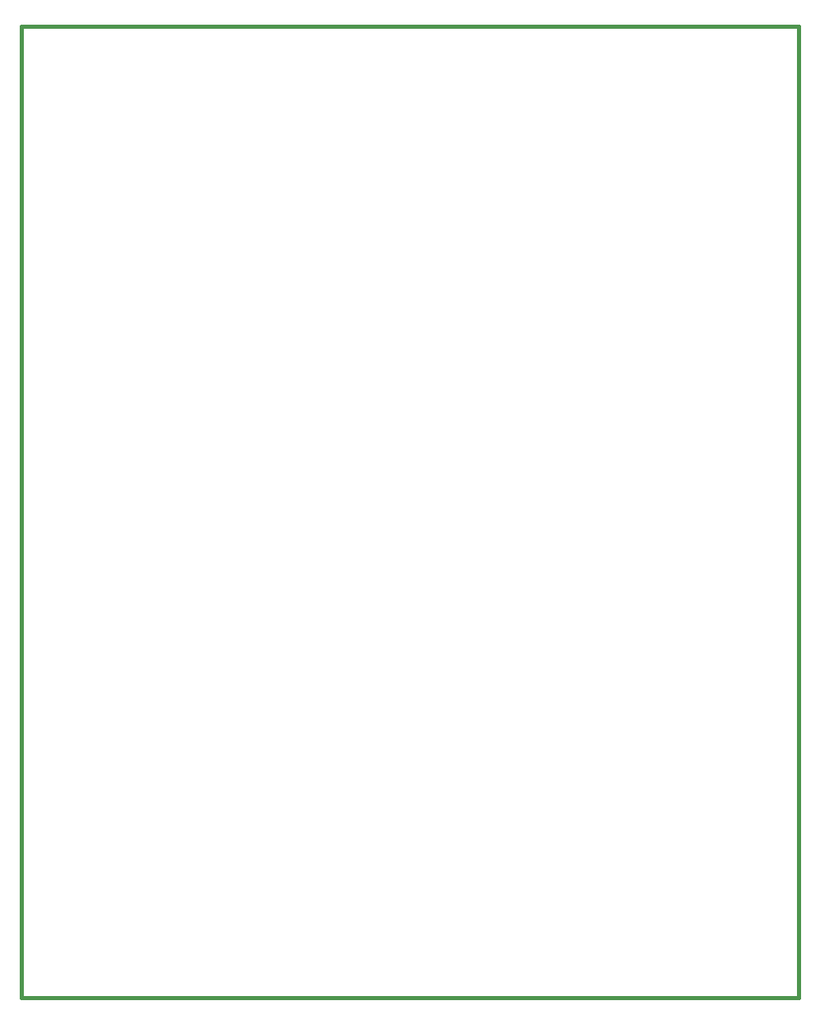
<source format=gbr>
G04 #@! TF.FileFunction,Profile,NP*
%FSLAX46Y46*%
G04 Gerber Fmt 4.6, Leading zero omitted, Abs format (unit mm)*
G04 Created by KiCad (PCBNEW 4.0.6) date Thu Apr 29 15:37:00 2021*
%MOMM*%
%LPD*%
G01*
G04 APERTURE LIST*
%ADD10C,0.100000*%
%ADD11C,0.381000*%
G04 APERTURE END LIST*
D10*
D11*
X145415000Y-183515000D02*
X65415160Y-183515000D01*
X65415160Y-183515000D02*
X65415160Y-83515200D01*
X65415160Y-83515200D02*
X145415000Y-83515200D01*
X145415000Y-83515200D02*
X145415000Y-183515000D01*
M02*

</source>
